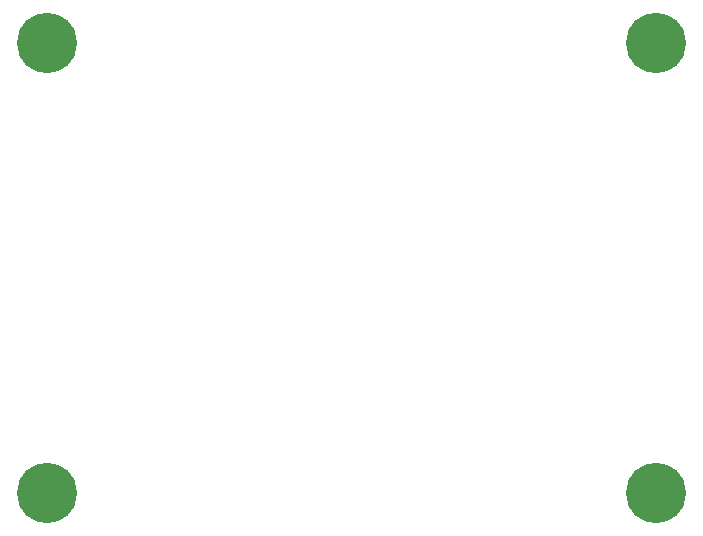
<source format=gts>
%TF.GenerationSoftware,KiCad,Pcbnew,(5.1.8)-1*%
%TF.CreationDate,2021-04-27T16:43:27+02:00*%
%TF.ProjectId,ZX Cartridge 2021 FA5 Cassette,5a582043-6172-4747-9269-646765203230,rev?*%
%TF.SameCoordinates,Original*%
%TF.FileFunction,Soldermask,Top*%
%TF.FilePolarity,Negative*%
%FSLAX46Y46*%
G04 Gerber Fmt 4.6, Leading zero omitted, Abs format (unit mm)*
G04 Created by KiCad (PCBNEW (5.1.8)-1) date 2021-04-27 16:43:27*
%MOMM*%
%LPD*%
G01*
G04 APERTURE LIST*
%ADD10C,5.100000*%
G04 APERTURE END LIST*
D10*
%TO.C,M1*%
X123444000Y-100330000D03*
%TD*%
%TO.C,M2*%
X175011000Y-100330000D03*
%TD*%
%TO.C,M3*%
X175011000Y-62230000D03*
%TD*%
%TO.C,M4*%
X123444000Y-62230000D03*
%TD*%
M02*

</source>
